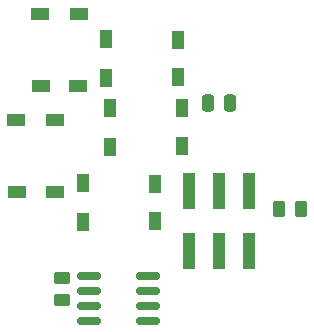
<source format=gbr>
%TF.GenerationSoftware,KiCad,Pcbnew,(6.99.0-2239-g14886e426b)*%
%TF.CreationDate,2022-06-28T00:18:28+01:00*%
%TF.ProjectId,Butterfly_Badge_Addon,42757474-6572-4666-9c79-5f4261646765,rev?*%
%TF.SameCoordinates,Original*%
%TF.FileFunction,Paste,Bot*%
%TF.FilePolarity,Positive*%
%FSLAX46Y46*%
G04 Gerber Fmt 4.6, Leading zero omitted, Abs format (unit mm)*
G04 Created by KiCad (PCBNEW (6.99.0-2239-g14886e426b)) date 2022-06-28 00:18:28*
%MOMM*%
%LPD*%
G01*
G04 APERTURE LIST*
G04 Aperture macros list*
%AMRoundRect*
0 Rectangle with rounded corners*
0 $1 Rounding radius*
0 $2 $3 $4 $5 $6 $7 $8 $9 X,Y pos of 4 corners*
0 Add a 4 corners polygon primitive as box body*
4,1,4,$2,$3,$4,$5,$6,$7,$8,$9,$2,$3,0*
0 Add four circle primitives for the rounded corners*
1,1,$1+$1,$2,$3*
1,1,$1+$1,$4,$5*
1,1,$1+$1,$6,$7*
1,1,$1+$1,$8,$9*
0 Add four rect primitives between the rounded corners*
20,1,$1+$1,$2,$3,$4,$5,0*
20,1,$1+$1,$4,$5,$6,$7,0*
20,1,$1+$1,$6,$7,$8,$9,0*
20,1,$1+$1,$8,$9,$2,$3,0*%
G04 Aperture macros list end*
%ADD10RoundRect,0.250000X-0.250000X-0.475000X0.250000X-0.475000X0.250000X0.475000X-0.250000X0.475000X0*%
%ADD11R,1.000000X1.500000*%
%ADD12R,1.500000X1.000000*%
%ADD13RoundRect,0.150000X0.825000X0.150000X-0.825000X0.150000X-0.825000X-0.150000X0.825000X-0.150000X0*%
%ADD14RoundRect,0.250000X0.450000X-0.262500X0.450000X0.262500X-0.450000X0.262500X-0.450000X-0.262500X0*%
%ADD15RoundRect,0.250000X-0.262500X-0.450000X0.262500X-0.450000X0.262500X0.450000X-0.262500X0.450000X0*%
%ADD16R,1.000000X3.150000*%
G04 APERTURE END LIST*
D10*
%TO.C,Capacitor*%
X119550000Y-81500000D03*
X121450000Y-81500000D03*
%TD*%
D11*
%TO.C,D5*%
X111251999Y-81898999D03*
X111251999Y-85200999D03*
X117347999Y-85149999D03*
X117347999Y-81949999D03*
%TD*%
%TO.C,D1*%
X108965999Y-88264999D03*
X108965999Y-91566999D03*
X115061999Y-91515999D03*
X115061999Y-88315999D03*
%TD*%
D12*
%TO.C,D3*%
X108650999Y-73951999D03*
X105348999Y-73951999D03*
X105399999Y-80047999D03*
X108599999Y-80047999D03*
%TD*%
D13*
%TO.C,EEPROM*%
X109525000Y-96095000D03*
X109525000Y-97365000D03*
X109525000Y-98635000D03*
X109525000Y-99905000D03*
X114475000Y-99905000D03*
X114475000Y-98635000D03*
X114475000Y-97365000D03*
X114475000Y-96095000D03*
%TD*%
D11*
%TO.C,D4*%
X110951999Y-76072999D03*
X110951999Y-79374999D03*
X117047999Y-79323999D03*
X117047999Y-76123999D03*
%TD*%
D12*
%TO.C,D2*%
X106650999Y-82951999D03*
X103348999Y-82951999D03*
X103399999Y-89047999D03*
X106599999Y-89047999D03*
%TD*%
D14*
%TO.C,SCL~PullUp*%
X107250000Y-98162500D03*
X107250000Y-96337500D03*
%TD*%
D15*
%TO.C,SDA~PullUp*%
X125587500Y-90500000D03*
X127412500Y-90500000D03*
%TD*%
D16*
%TO.C,Header*%
X117959999Y-88974999D03*
X117959999Y-94024999D03*
X120499999Y-88974999D03*
X120499999Y-94024999D03*
X123039999Y-88974999D03*
X123039999Y-94024999D03*
%TD*%
M02*

</source>
